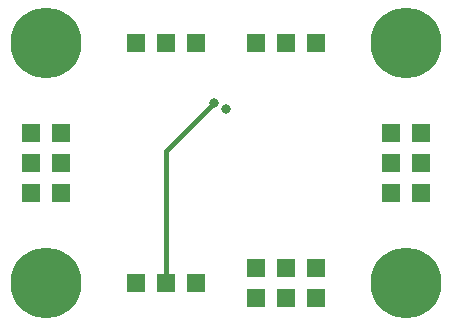
<source format=gbr>
%TF.GenerationSoftware,KiCad,Pcbnew,6.0.11+dfsg-1~bpo11+1*%
%TF.CreationDate,2023-07-05T12:11:03+00:00*%
%TF.ProjectId,STEPBUBODC01,53544550-4255-4424-9f44-4330312e6b69,rev?*%
%TF.SameCoordinates,Original*%
%TF.FileFunction,Copper,L1,Top*%
%TF.FilePolarity,Positive*%
%FSLAX46Y46*%
G04 Gerber Fmt 4.6, Leading zero omitted, Abs format (unit mm)*
G04 Created by KiCad (PCBNEW 6.0.11+dfsg-1~bpo11+1) date 2023-07-05 12:11:03*
%MOMM*%
%LPD*%
G01*
G04 APERTURE LIST*
%TA.AperFunction,ComponentPad*%
%ADD10R,1.524000X1.524000*%
%TD*%
%TA.AperFunction,ComponentPad*%
%ADD11C,6.000000*%
%TD*%
%TA.AperFunction,ViaPad*%
%ADD12C,0.800000*%
%TD*%
%TA.AperFunction,Conductor*%
%ADD13C,0.400000*%
%TD*%
G04 APERTURE END LIST*
D10*
%TO.P,J4,1*%
%TO.N,Net-(J4-Pad1)*%
X149860000Y-76200000D03*
%TO.P,J4,2*%
%TO.N,/FB*%
X147320000Y-76200000D03*
%TO.P,J4,3*%
%TO.N,Net-(J4-Pad3)*%
X144780000Y-76200000D03*
%TD*%
%TO.P,J2,1*%
%TO.N,GND*%
X125730000Y-83820000D03*
%TO.P,J2,2*%
X128270000Y-83820000D03*
%TO.P,J2,3*%
%TO.N,Net-(F1-Pad1)*%
X125730000Y-86360000D03*
%TO.P,J2,4*%
X128270000Y-86360000D03*
%TO.P,J2,5*%
%TO.N,GND*%
X125730000Y-88900000D03*
%TO.P,J2,6*%
X128270000Y-88900000D03*
%TD*%
D11*
%TO.P,H3,1,1*%
%TO.N,GND*%
X127000000Y-96520000D03*
%TD*%
%TO.P,H4,1,1*%
%TO.N,GND*%
X157480000Y-76200000D03*
%TD*%
D10*
%TO.P,J1,1*%
%TO.N,GND*%
X139700000Y-76200000D03*
%TO.P,J1,2*%
%TO.N,/en*%
X137160000Y-76200000D03*
%TO.P,J1,3*%
%TO.N,/V_in*%
X134620000Y-76200000D03*
%TD*%
%TO.P,J3,1*%
%TO.N,GND*%
X139700000Y-96520000D03*
%TO.P,J3,2*%
%TO.N,/mod*%
X137160000Y-96520000D03*
%TO.P,J3,3*%
%TO.N,/V_in*%
X134620000Y-96520000D03*
%TD*%
D11*
%TO.P,H2,1,1*%
%TO.N,GND*%
X157480000Y-96520000D03*
%TD*%
D10*
%TO.P,J5,1*%
%TO.N,GND*%
X149860000Y-95250000D03*
%TO.P,J5,2*%
X149860000Y-97790000D03*
%TO.P,J5,3*%
%TO.N,/V_out*%
X147320000Y-95250000D03*
%TO.P,J5,4*%
X147320000Y-97790000D03*
%TO.P,J5,5*%
%TO.N,GND*%
X144780000Y-95250000D03*
%TO.P,J5,6*%
X144780000Y-97790000D03*
%TD*%
D11*
%TO.P,H1,1,1*%
%TO.N,GND*%
X127000000Y-76200000D03*
%TD*%
D10*
%TO.P,J6,1*%
%TO.N,GND*%
X156210000Y-83820000D03*
%TO.P,J6,2*%
X158750000Y-83820000D03*
%TO.P,J6,3*%
%TO.N,/V_out*%
X156210000Y-86360000D03*
%TO.P,J6,4*%
X158750000Y-86360000D03*
%TO.P,J6,5*%
%TO.N,GND*%
X156210000Y-88900000D03*
%TO.P,J6,6*%
X158750000Y-88900000D03*
%TD*%
D12*
%TO.N,*%
X142240000Y-81788000D03*
%TO.N,/mod*%
X141228299Y-81275701D03*
%TD*%
D13*
%TO.N,/mod*%
X137160000Y-85344000D02*
X141228299Y-81275701D01*
X137160000Y-96520000D02*
X137160000Y-85344000D01*
%TD*%
M02*

</source>
